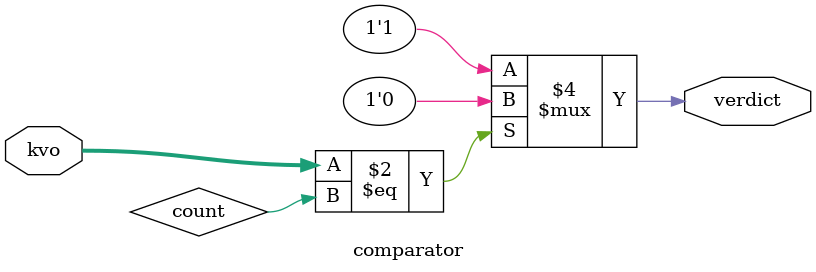
<source format=sv>
`timescale 1ns / 1ps


module comparator(input logic [7:0] kvo,
                  output logic verdict );
                  
                  always_comb
                    if (kvo == count) verdict = 1'b0; // NO ERROR
                    else verdict = 1'b1;
                    
endmodule

</source>
